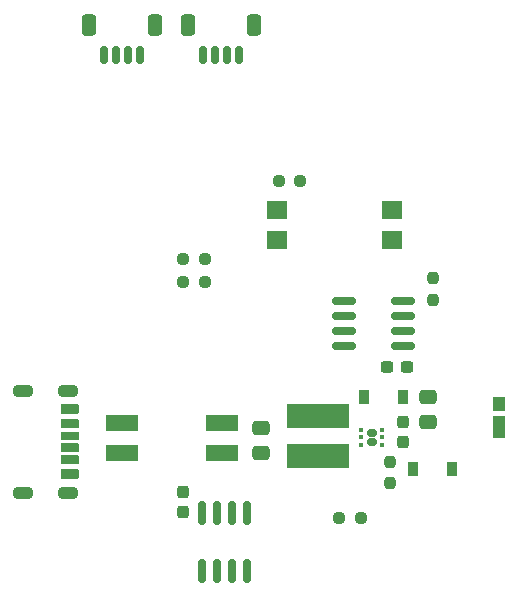
<source format=gbr>
%TF.GenerationSoftware,KiCad,Pcbnew,7.0.9*%
%TF.CreationDate,2024-10-15T17:06:46-06:00*%
%TF.ProjectId,TPS61165-heater-v8,54505336-3131-4363-952d-686561746572,rev?*%
%TF.SameCoordinates,Original*%
%TF.FileFunction,Paste,Top*%
%TF.FilePolarity,Positive*%
%FSLAX46Y46*%
G04 Gerber Fmt 4.6, Leading zero omitted, Abs format (unit mm)*
G04 Created by KiCad (PCBNEW 7.0.9) date 2024-10-15 17:06:46*
%MOMM*%
%LPD*%
G01*
G04 APERTURE LIST*
G04 Aperture macros list*
%AMRoundRect*
0 Rectangle with rounded corners*
0 $1 Rounding radius*
0 $2 $3 $4 $5 $6 $7 $8 $9 X,Y pos of 4 corners*
0 Add a 4 corners polygon primitive as box body*
4,1,4,$2,$3,$4,$5,$6,$7,$8,$9,$2,$3,0*
0 Add four circle primitives for the rounded corners*
1,1,$1+$1,$2,$3*
1,1,$1+$1,$4,$5*
1,1,$1+$1,$6,$7*
1,1,$1+$1,$8,$9*
0 Add four rect primitives between the rounded corners*
20,1,$1+$1,$2,$3,$4,$5,0*
20,1,$1+$1,$4,$5,$6,$7,0*
20,1,$1+$1,$6,$7,$8,$9,0*
20,1,$1+$1,$8,$9,$2,$3,0*%
G04 Aperture macros list end*
%ADD10O,1.800000X1.100000*%
%ADD11R,1.500000X0.700000*%
%ADD12R,1.500000X0.760000*%
%ADD13R,1.500000X0.800000*%
%ADD14RoundRect,0.160000X0.245000X0.160000X-0.245000X0.160000X-0.245000X-0.160000X0.245000X-0.160000X0*%
%ADD15RoundRect,0.093750X0.093750X0.106250X-0.093750X0.106250X-0.093750X-0.106250X0.093750X-0.106250X0*%
%ADD16R,5.300000X2.000000*%
%ADD17RoundRect,0.237500X-0.237500X0.250000X-0.237500X-0.250000X0.237500X-0.250000X0.237500X0.250000X0*%
%ADD18R,2.825000X1.400000*%
%ADD19RoundRect,0.250000X0.475000X-0.337500X0.475000X0.337500X-0.475000X0.337500X-0.475000X-0.337500X0*%
%ADD20R,0.900000X1.200000*%
%ADD21RoundRect,0.237500X0.237500X-0.300000X0.237500X0.300000X-0.237500X0.300000X-0.237500X-0.300000X0*%
%ADD22RoundRect,0.250000X-0.475000X0.337500X-0.475000X-0.337500X0.475000X-0.337500X0.475000X0.337500X0*%
%ADD23RoundRect,0.237500X0.250000X0.237500X-0.250000X0.237500X-0.250000X-0.237500X0.250000X-0.237500X0*%
%ADD24R,1.800000X1.600000*%
%ADD25RoundRect,0.237500X-0.300000X-0.237500X0.300000X-0.237500X0.300000X0.237500X-0.300000X0.237500X0*%
%ADD26RoundRect,0.150000X-0.150000X-0.625000X0.150000X-0.625000X0.150000X0.625000X-0.150000X0.625000X0*%
%ADD27RoundRect,0.250000X-0.350000X-0.650000X0.350000X-0.650000X0.350000X0.650000X-0.350000X0.650000X0*%
%ADD28RoundRect,0.237500X-0.250000X-0.237500X0.250000X-0.237500X0.250000X0.237500X-0.250000X0.237500X0*%
%ADD29RoundRect,0.150000X-0.825000X-0.150000X0.825000X-0.150000X0.825000X0.150000X-0.825000X0.150000X0*%
%ADD30R,1.010000X1.900000*%
%ADD31R,1.010000X1.180000*%
%ADD32RoundRect,0.150000X0.150000X-0.825000X0.150000X0.825000X-0.150000X0.825000X-0.150000X-0.825000X0*%
G04 APERTURE END LIST*
%TO.C,J1*%
G36*
X123113000Y-81450000D02*
G01*
X121615000Y-81450000D01*
X121615000Y-80650000D01*
X123113000Y-80650000D01*
X123113000Y-81450000D01*
G37*
G36*
X123113000Y-82660000D02*
G01*
X121615000Y-82660000D01*
X121615000Y-81900000D01*
X123113000Y-81900000D01*
X123113000Y-82660000D01*
G37*
G36*
X123113000Y-83650000D02*
G01*
X121615000Y-83650000D01*
X121615000Y-82949000D01*
X123113000Y-82949000D01*
X123113000Y-83650000D01*
G37*
G36*
X123113000Y-84651000D02*
G01*
X121615000Y-84651000D01*
X121615000Y-83950000D01*
X123113000Y-83950000D01*
X123113000Y-84651000D01*
G37*
G36*
X123113000Y-85700000D02*
G01*
X121615000Y-85700000D01*
X121615000Y-84940000D01*
X123113000Y-84940000D01*
X123113000Y-85700000D01*
G37*
G36*
X123113000Y-86950000D02*
G01*
X121615000Y-86950000D01*
X121615000Y-86149000D01*
X123113000Y-86149000D01*
X123113000Y-86950000D01*
G37*
%TD*%
D10*
%TO.C,J1*%
X122214000Y-79480000D03*
X118414000Y-79480000D03*
X122214000Y-88120000D03*
X118414000Y-88120000D03*
D11*
X122364000Y-83300000D03*
D12*
X122364000Y-85320000D03*
D13*
X122364000Y-86550000D03*
D11*
X122364000Y-84300000D03*
D12*
X122364000Y-82280000D03*
D13*
X122364000Y-81050000D03*
%TD*%
D14*
%TO.C,U1*%
X147930000Y-83830000D03*
X147930000Y-83030000D03*
D15*
X148817500Y-84080000D03*
X148817500Y-83430000D03*
X148817500Y-82780000D03*
X147042500Y-82780000D03*
X147042500Y-83430000D03*
X147042500Y-84080000D03*
%TD*%
D16*
%TO.C,L1*%
X143400000Y-85000000D03*
X143400000Y-81600000D03*
%TD*%
D17*
%TO.C,R2*%
X149500000Y-85487500D03*
X149500000Y-87312500D03*
%TD*%
D18*
%TO.C,FL1*%
X126763000Y-82230000D03*
X126763000Y-84770000D03*
X135237000Y-84770000D03*
X135237000Y-82230000D03*
%TD*%
D19*
%TO.C,C3*%
X138600000Y-84737500D03*
X138600000Y-82662500D03*
%TD*%
D20*
%TO.C,D1*%
X150550000Y-80000000D03*
X147250000Y-80000000D03*
%TD*%
D21*
%TO.C,C1*%
X150600000Y-83862500D03*
X150600000Y-82137500D03*
%TD*%
D22*
%TO.C,C2*%
X152700000Y-80037500D03*
X152700000Y-82112500D03*
%TD*%
D23*
%TO.C,R4*%
X141912500Y-61700000D03*
X140087500Y-61700000D03*
%TD*%
D24*
%TO.C,U2*%
X139924000Y-64230000D03*
X139924000Y-66770000D03*
X149676000Y-66770000D03*
X149676000Y-64230000D03*
%TD*%
D25*
%TO.C,C4*%
X149237500Y-77500000D03*
X150962500Y-77500000D03*
%TD*%
D26*
%TO.C,J6*%
X133700000Y-51025000D03*
X134700000Y-51025000D03*
X135700000Y-51025000D03*
X136700000Y-51025000D03*
D27*
X132400000Y-48500000D03*
X138000000Y-48500000D03*
%TD*%
D17*
%TO.C,R3*%
X153100000Y-69987500D03*
X153100000Y-71812500D03*
%TD*%
D28*
%TO.C,R5*%
X131987500Y-70300000D03*
X133812500Y-70300000D03*
%TD*%
%TO.C,R6*%
X131987500Y-68300000D03*
X133812500Y-68300000D03*
%TD*%
D20*
%TO.C,D2*%
X154750000Y-86100000D03*
X151450000Y-86100000D03*
%TD*%
D29*
%TO.C,U3*%
X145625000Y-71895000D03*
X145625000Y-73165000D03*
X145625000Y-74435000D03*
X145625000Y-75705000D03*
X150575000Y-75705000D03*
X150575000Y-74435000D03*
X150575000Y-73165000D03*
X150575000Y-71895000D03*
%TD*%
D30*
%TO.C,D3*%
X158700000Y-82545000D03*
D31*
X158700000Y-80655000D03*
%TD*%
D21*
%TO.C,C5*%
X132000000Y-89762500D03*
X132000000Y-88037500D03*
%TD*%
D26*
%TO.C,J7*%
X125300000Y-51025000D03*
X126300000Y-51025000D03*
X127300000Y-51025000D03*
X128300000Y-51025000D03*
D27*
X124000000Y-48500000D03*
X129600000Y-48500000D03*
%TD*%
D28*
%TO.C,R1*%
X145187500Y-90300000D03*
X147012500Y-90300000D03*
%TD*%
D32*
%TO.C,U4*%
X133595000Y-94775000D03*
X134865000Y-94775000D03*
X136135000Y-94775000D03*
X137405000Y-94775000D03*
X137405000Y-89825000D03*
X136135000Y-89825000D03*
X134865000Y-89825000D03*
X133595000Y-89825000D03*
%TD*%
M02*

</source>
